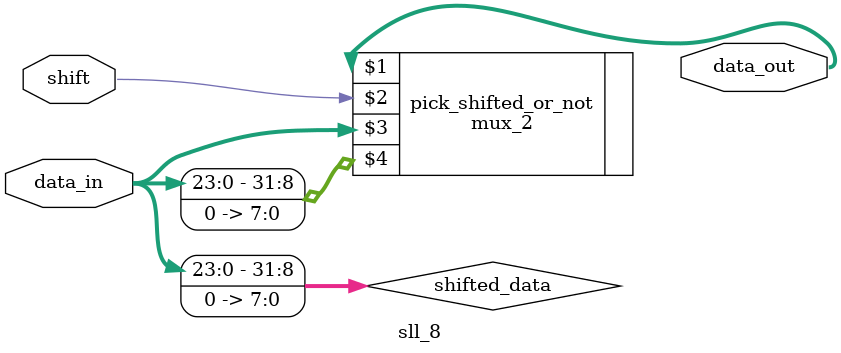
<source format=v>
module sll_8(data_out, data_in, shift);
    input [31:0] data_in;
    input shift;

    output [31:0] data_out;

    wire [31:0] shifted_data;

    assign shifted_data[7:0] = 0;
    assign shifted_data[31:8] = data_in[23:0];

    mux_2 pick_shifted_or_not(data_out, shift, data_in, shifted_data);

endmodule
</source>
